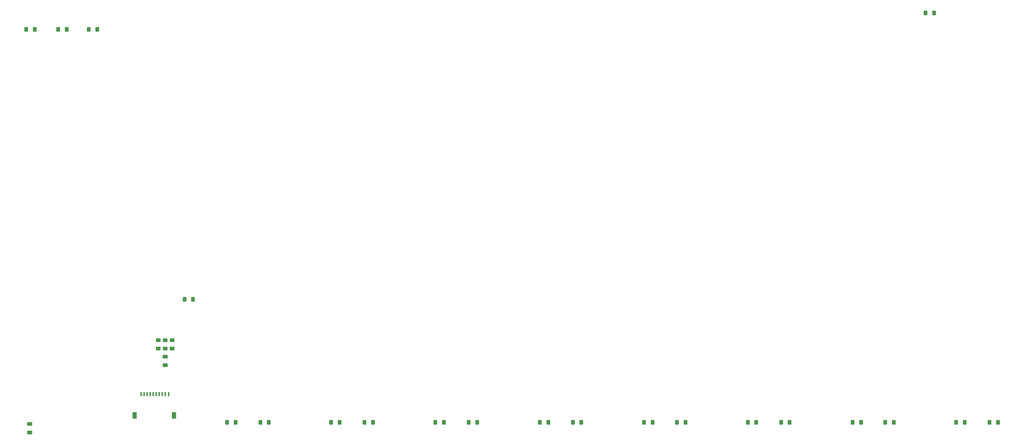
<source format=gbr>
%TF.GenerationSoftware,KiCad,Pcbnew,7.0.7*%
%TF.CreationDate,2024-11-29T17:58:44-06:00*%
%TF.ProjectId,updated_LOAF,75706461-7465-4645-9f4c-4f41462e6b69,rev?*%
%TF.SameCoordinates,PX2faf080PYee6b280*%
%TF.FileFunction,Paste,Top*%
%TF.FilePolarity,Positive*%
%FSLAX46Y46*%
G04 Gerber Fmt 4.6, Leading zero omitted, Abs format (unit mm)*
G04 Created by KiCad (PCBNEW 7.0.7) date 2024-11-29 17:58:44*
%MOMM*%
%LPD*%
G01*
G04 APERTURE LIST*
G04 Aperture macros list*
%AMRoundRect*
0 Rectangle with rounded corners*
0 $1 Rounding radius*
0 $2 $3 $4 $5 $6 $7 $8 $9 X,Y pos of 4 corners*
0 Add a 4 corners polygon primitive as box body*
4,1,4,$2,$3,$4,$5,$6,$7,$8,$9,$2,$3,0*
0 Add four circle primitives for the rounded corners*
1,1,$1+$1,$2,$3*
1,1,$1+$1,$4,$5*
1,1,$1+$1,$6,$7*
1,1,$1+$1,$8,$9*
0 Add four rect primitives between the rounded corners*
20,1,$1+$1,$2,$3,$4,$5,0*
20,1,$1+$1,$4,$5,$6,$7,0*
20,1,$1+$1,$6,$7,$8,$9,0*
20,1,$1+$1,$8,$9,$2,$3,0*%
G04 Aperture macros list end*
%ADD10RoundRect,0.250000X0.400000X0.625000X-0.400000X0.625000X-0.400000X-0.625000X0.400000X-0.625000X0*%
%ADD11RoundRect,0.250000X-0.400000X-0.625000X0.400000X-0.625000X0.400000X0.625000X-0.400000X0.625000X0*%
%ADD12RoundRect,0.250000X0.625000X-0.400000X0.625000X0.400000X-0.625000X0.400000X-0.625000X-0.400000X0*%
%ADD13R,0.600000X1.500000*%
%ADD14R,1.500000X2.340000*%
%ADD15RoundRect,0.250000X-0.650000X0.412500X-0.650000X-0.412500X0.650000X-0.412500X0.650000X0.412500X0*%
%ADD16RoundRect,0.250000X-0.625000X0.400000X-0.625000X-0.400000X0.625000X-0.400000X0.625000X0.400000X0*%
G04 APERTURE END LIST*
D10*
%TO.C,R21*%
X-16446000Y190056000D03*
X-19546000Y190056000D03*
%TD*%
%TO.C,R5*%
X56960000Y46165000D03*
X53860000Y46165000D03*
%TD*%
%TO.C,R20*%
X335598000Y46165000D03*
X332498000Y46165000D03*
%TD*%
%TO.C,R17*%
X221404712Y46165000D03*
X218304712Y46165000D03*
%TD*%
%TO.C,R23*%
X6414000Y190056000D03*
X3314000Y190056000D03*
%TD*%
%TO.C,R22*%
X-4762000Y190056000D03*
X-7862000Y190056000D03*
%TD*%
%TO.C,R15*%
X145275856Y46165000D03*
X142175856Y46165000D03*
%TD*%
%TO.C,R13*%
X69147000Y46165000D03*
X66047000Y46165000D03*
%TD*%
D11*
%TO.C,R24*%
X38340000Y91250000D03*
X41440000Y91250000D03*
%TD*%
D12*
%TO.C,R3*%
X31280000Y73190000D03*
X31280000Y76290000D03*
%TD*%
D13*
%TO.C,J14*%
X32535000Y56505000D03*
D14*
X20115000Y48705000D03*
X34455000Y48705000D03*
D13*
X30185000Y56505000D03*
X29085000Y56505000D03*
X27985000Y56505000D03*
X26885000Y56505000D03*
X25785000Y56505000D03*
X24685000Y56505000D03*
X23585000Y56505000D03*
X22485000Y56505000D03*
X31285000Y56505000D03*
%TD*%
D10*
%TO.C,R14*%
X107211428Y46165000D03*
X104111428Y46165000D03*
%TD*%
%TO.C,R19*%
X297533568Y46165000D03*
X294433568Y46165000D03*
%TD*%
D15*
%TO.C,C1*%
X31280000Y70245000D03*
X31280000Y67120000D03*
%TD*%
D10*
%TO.C,R8*%
X171260000Y46165000D03*
X168160000Y46165000D03*
%TD*%
D16*
%TO.C,R4*%
X33820000Y76290000D03*
X33820000Y73190000D03*
%TD*%
D10*
%TO.C,R16*%
X183340284Y46165000D03*
X180240284Y46165000D03*
%TD*%
%TO.C,R6*%
X95020000Y46165000D03*
X91920000Y46165000D03*
%TD*%
D15*
%TO.C,C2*%
X-18250000Y45568500D03*
X-18250000Y42443500D03*
%TD*%
D10*
%TO.C,R18*%
X259469140Y46165000D03*
X256369140Y46165000D03*
%TD*%
%TO.C,R10*%
X247260000Y46165000D03*
X244160000Y46165000D03*
%TD*%
%TO.C,R2*%
X312230000Y196025000D03*
X309130000Y196025000D03*
%TD*%
%TO.C,R11*%
X285560000Y46165000D03*
X282460000Y46165000D03*
%TD*%
D16*
%TO.C,R1*%
X28740000Y76290000D03*
X28740000Y73190000D03*
%TD*%
D10*
%TO.C,R12*%
X323406000Y46165000D03*
X320306000Y46165000D03*
%TD*%
%TO.C,R7*%
X133080000Y46165000D03*
X129980000Y46165000D03*
%TD*%
%TO.C,R9*%
X209360000Y46165000D03*
X206260000Y46165000D03*
%TD*%
M02*

</source>
